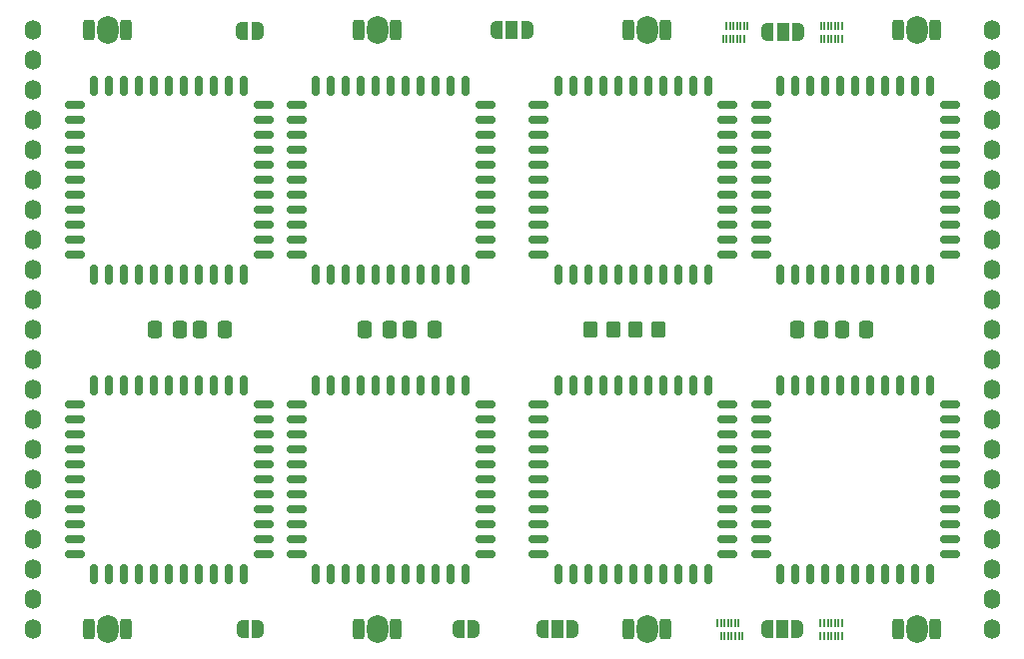
<source format=gbs>
G04 #@! TF.GenerationSoftware,KiCad,Pcbnew,(6.0.6-0)*
G04 #@! TF.CreationDate,2022-07-22T11:03:06-07:00*
G04 #@! TF.ProjectId,MTMatrixV3,4d544d61-7472-4697-9856-332e6b696361,rev?*
G04 #@! TF.SameCoordinates,Original*
G04 #@! TF.FileFunction,Soldermask,Bot*
G04 #@! TF.FilePolarity,Negative*
%FSLAX46Y46*%
G04 Gerber Fmt 4.6, Leading zero omitted, Abs format (unit mm)*
G04 Created by KiCad (PCBNEW (6.0.6-0)) date 2022-07-22 11:03:06*
%MOMM*%
%LPD*%
G01*
G04 APERTURE LIST*
G04 Aperture macros list*
%AMRoundRect*
0 Rectangle with rounded corners*
0 $1 Rounding radius*
0 $2 $3 $4 $5 $6 $7 $8 $9 X,Y pos of 4 corners*
0 Add a 4 corners polygon primitive as box body*
4,1,4,$2,$3,$4,$5,$6,$7,$8,$9,$2,$3,0*
0 Add four circle primitives for the rounded corners*
1,1,$1+$1,$2,$3*
1,1,$1+$1,$4,$5*
1,1,$1+$1,$6,$7*
1,1,$1+$1,$8,$9*
0 Add four rect primitives between the rounded corners*
20,1,$1+$1,$2,$3,$4,$5,0*
20,1,$1+$1,$4,$5,$6,$7,0*
20,1,$1+$1,$6,$7,$8,$9,0*
20,1,$1+$1,$8,$9,$2,$3,0*%
%AMFreePoly0*
4,1,22,0.500000,-0.750000,0.000000,-0.750000,0.000000,-0.745033,-0.079941,-0.743568,-0.215256,-0.701293,-0.333266,-0.622738,-0.424486,-0.514219,-0.481581,-0.384460,-0.499164,-0.250000,-0.500000,-0.250000,-0.500000,0.250000,-0.499164,0.250000,-0.499963,0.256109,-0.478152,0.396186,-0.417904,0.524511,-0.324060,0.630769,-0.204165,0.706417,-0.067858,0.745374,0.000000,0.744959,0.000000,0.750000,
0.500000,0.750000,0.500000,-0.750000,0.500000,-0.750000,$1*%
%AMFreePoly1*
4,1,20,0.000000,0.744959,0.073905,0.744508,0.209726,0.703889,0.328688,0.626782,0.421226,0.519385,0.479903,0.390333,0.500000,0.250000,0.500000,-0.250000,0.499851,-0.262216,0.476331,-0.402017,0.414519,-0.529596,0.319384,-0.634700,0.198574,-0.708877,0.061801,-0.746166,0.000000,-0.745033,0.000000,-0.750000,-0.500000,-0.750000,-0.500000,0.750000,0.000000,0.750000,0.000000,0.744959,
0.000000,0.744959,$1*%
%AMFreePoly2*
4,1,22,0.550000,-0.750000,0.000000,-0.750000,0.000000,-0.745033,-0.079941,-0.743568,-0.215256,-0.701293,-0.333266,-0.622738,-0.424486,-0.514219,-0.481581,-0.384460,-0.499164,-0.250000,-0.500000,-0.250000,-0.500000,0.250000,-0.499164,0.250000,-0.499963,0.256109,-0.478152,0.396186,-0.417904,0.524511,-0.324060,0.630769,-0.204165,0.706417,-0.067858,0.745374,0.000000,0.744959,0.000000,0.750000,
0.550000,0.750000,0.550000,-0.750000,0.550000,-0.750000,$1*%
%AMFreePoly3*
4,1,20,0.000000,0.744959,0.073905,0.744508,0.209726,0.703889,0.328688,0.626782,0.421226,0.519385,0.479903,0.390333,0.500000,0.250000,0.500000,-0.250000,0.499851,-0.262216,0.476331,-0.402017,0.414519,-0.529596,0.319384,-0.634700,0.198574,-0.708877,0.061801,-0.746166,0.000000,-0.745033,0.000000,-0.750000,-0.550000,-0.750000,-0.550000,0.750000,0.000000,0.750000,0.000000,0.744959,
0.000000,0.744959,$1*%
G04 Aperture macros list end*
%ADD10C,0.200000*%
%ADD11RoundRect,0.700000X0.000000X-0.150000X0.000000X-0.150000X0.000000X0.150000X0.000000X0.150000X0*%
%ADD12RoundRect,0.250000X0.337500X0.475000X-0.337500X0.475000X-0.337500X-0.475000X0.337500X-0.475000X0*%
%ADD13FreePoly0,180.000000*%
%ADD14FreePoly1,180.000000*%
%ADD15FreePoly2,180.000000*%
%ADD16R,1.000000X1.500000*%
%ADD17FreePoly3,180.000000*%
%ADD18O,1.800000X2.400000*%
%ADD19RoundRect,0.190000X0.285000X0.685000X-0.285000X0.685000X-0.285000X-0.685000X0.285000X-0.685000X0*%
%ADD20RoundRect,0.250000X0.350000X0.450000X-0.350000X0.450000X-0.350000X-0.450000X0.350000X-0.450000X0*%
%ADD21RoundRect,0.150000X0.700000X-0.150000X0.700000X0.150000X-0.700000X0.150000X-0.700000X-0.150000X0*%
%ADD22RoundRect,0.150000X0.150000X-0.700000X0.150000X0.700000X-0.150000X0.700000X-0.150000X-0.700000X0*%
%ADD23RoundRect,0.150000X0.150000X0.700000X-0.150000X0.700000X-0.150000X-0.700000X0.150000X-0.700000X0*%
%ADD24RoundRect,0.150000X0.700000X0.150000X-0.700000X0.150000X-0.700000X-0.150000X0.700000X-0.150000X0*%
%ADD25RoundRect,0.150000X-0.150000X-0.700000X0.150000X-0.700000X0.150000X0.700000X-0.150000X0.700000X0*%
%ADD26RoundRect,0.150000X-0.700000X-0.150000X0.700000X-0.150000X0.700000X0.150000X-0.700000X0.150000X0*%
%ADD27RoundRect,0.150000X-0.700000X0.150000X-0.700000X-0.150000X0.700000X-0.150000X0.700000X0.150000X0*%
%ADD28RoundRect,0.150000X-0.150000X0.700000X-0.150000X-0.700000X0.150000X-0.700000X0.150000X0.700000X0*%
G04 APERTURE END LIST*
D10*
X183705000Y-81512500D02*
X183705000Y-82147500D01*
X183405000Y-80412500D02*
X183405000Y-81047500D01*
X191250027Y-30882504D02*
X191250027Y-31517504D01*
X182805000Y-80412500D02*
X182805000Y-81047500D01*
X184750027Y-30882504D02*
X184750027Y-31517504D01*
X182950027Y-30882504D02*
X182950027Y-31517504D01*
X192140000Y-80422500D02*
X192140000Y-81057500D01*
X192740000Y-81522500D02*
X192740000Y-82157500D01*
X184450027Y-30882504D02*
X184450027Y-31517504D01*
X193040000Y-81522500D02*
X193040000Y-82157500D01*
X184450027Y-29782504D02*
X184450027Y-30417504D01*
X184301000Y-80412500D02*
X184301000Y-81047500D01*
X192740000Y-80422500D02*
X192740000Y-81057500D01*
X184605000Y-81512500D02*
X184605000Y-82147500D01*
X191550027Y-30882504D02*
X191550027Y-31517504D01*
X184305000Y-81512500D02*
X184305000Y-82147500D01*
X192750027Y-30882504D02*
X192750027Y-31517504D01*
X183105000Y-80412500D02*
X183105000Y-81047500D01*
X183250027Y-30882504D02*
X183250027Y-31517504D01*
X193046027Y-29782504D02*
X193046027Y-30417504D01*
X183705000Y-80412500D02*
X183705000Y-81047500D01*
X192440000Y-81522500D02*
X192440000Y-82157500D01*
X192140000Y-81522500D02*
X192140000Y-82157500D01*
X183550027Y-30882504D02*
X183550027Y-31517504D01*
X193036000Y-80422500D02*
X193036000Y-81057500D01*
X183850027Y-29782504D02*
X183850027Y-30417504D01*
X184746027Y-29782504D02*
X184746027Y-30417504D01*
X191850027Y-30882504D02*
X191850027Y-31517504D01*
X192450027Y-30882504D02*
X192450027Y-31517504D01*
X183850027Y-30882504D02*
X183850027Y-31517504D01*
X185050027Y-29782504D02*
X185050027Y-30417504D01*
X193050027Y-30882504D02*
X193050027Y-31517504D01*
X191250027Y-29782504D02*
X191250027Y-30417504D01*
X191540000Y-81522500D02*
X191540000Y-82157500D01*
X184005000Y-81512500D02*
X184005000Y-82147500D01*
X191240000Y-80422500D02*
X191240000Y-81057500D01*
X182805000Y-81512500D02*
X182805000Y-82147500D01*
X183405000Y-81512500D02*
X183405000Y-82147500D01*
X184150027Y-29782504D02*
X184150027Y-30417504D01*
X183550027Y-29782504D02*
X183550027Y-30417504D01*
X182505000Y-80412500D02*
X182505000Y-81047500D01*
X191540000Y-80422500D02*
X191540000Y-81057500D01*
X191840000Y-81522500D02*
X191840000Y-82157500D01*
X192450027Y-29782504D02*
X192450027Y-30417504D01*
X192150027Y-29782504D02*
X192150027Y-30417504D01*
X184150027Y-30882504D02*
X184150027Y-31517504D01*
X191850027Y-29782504D02*
X191850027Y-30417504D01*
X183105000Y-81512500D02*
X183105000Y-82147500D01*
X191840000Y-80422500D02*
X191840000Y-81057500D01*
X191550027Y-29782504D02*
X191550027Y-30417504D01*
X192150027Y-30882504D02*
X192150027Y-31517504D01*
X183250027Y-29782504D02*
X183250027Y-30417504D01*
X191240000Y-81522500D02*
X191240000Y-82157500D01*
X192440000Y-80422500D02*
X192440000Y-81057500D01*
X184005000Y-80412500D02*
X184005000Y-81047500D01*
X192750027Y-29782504D02*
X192750027Y-30417504D01*
D11*
G04 #@! TO.C,J1*
X124460000Y-30480000D03*
X124460000Y-33020000D03*
X124460000Y-35560000D03*
X124460000Y-38100000D03*
X124460000Y-40640000D03*
X124460000Y-43180000D03*
X124460000Y-45720000D03*
X124460000Y-48260000D03*
X124460000Y-50800000D03*
X124460000Y-53340000D03*
X124460000Y-55880000D03*
X124460000Y-58420000D03*
X124460000Y-60960000D03*
X124460000Y-63500000D03*
X124460000Y-66040000D03*
X124460000Y-68580000D03*
X124460000Y-71120000D03*
X124460000Y-73660000D03*
X124460000Y-76200000D03*
X124460000Y-78740000D03*
X124460000Y-81280000D03*
G04 #@! TD*
G04 #@! TO.C,J2*
X205740000Y-30480000D03*
X205740000Y-33020000D03*
X205740000Y-35560000D03*
X205740000Y-38100000D03*
X205740000Y-40640000D03*
X205740000Y-43180000D03*
X205740000Y-45720000D03*
X205740000Y-48260000D03*
X205740000Y-50800000D03*
X205740000Y-53340000D03*
X205740000Y-55880000D03*
X205740000Y-58420000D03*
X205740000Y-60960000D03*
X205740000Y-63500000D03*
X205740000Y-66040000D03*
X205740000Y-68580000D03*
X205740000Y-71120000D03*
X205740000Y-73660000D03*
X205740000Y-76200000D03*
X205740000Y-78740000D03*
X205740000Y-81280000D03*
G04 #@! TD*
D12*
G04 #@! TO.C,C5*
X136927500Y-55880000D03*
X134852500Y-55880000D03*
G04 #@! TD*
D13*
G04 #@! TO.C,JP1*
X143510000Y-30580000D03*
D14*
X142210000Y-30580000D03*
G04 #@! TD*
D12*
G04 #@! TO.C,C6*
X191305000Y-55880000D03*
X189230000Y-55880000D03*
G04 #@! TD*
D13*
G04 #@! TO.C,JP2*
X143525000Y-81280000D03*
D14*
X142225000Y-81280000D03*
G04 #@! TD*
D15*
G04 #@! TO.C,JP7*
X189340027Y-30680004D03*
D16*
X188040027Y-30680004D03*
D17*
X186740027Y-30680004D03*
G04 #@! TD*
D12*
G04 #@! TO.C,C4*
X140737500Y-55880000D03*
X138662500Y-55880000D03*
G04 #@! TD*
D15*
G04 #@! TO.C,JP5*
X189295000Y-81280000D03*
D16*
X187995000Y-81280000D03*
D17*
X186695000Y-81280000D03*
G04 #@! TD*
D18*
G04 #@! TO.C,D7*
X153670000Y-81280000D03*
D19*
X155220000Y-81280000D03*
X152120000Y-81280000D03*
G04 #@! TD*
D18*
G04 #@! TO.C,D6*
X176530000Y-81280000D03*
D19*
X178080000Y-81280000D03*
X174980000Y-81280000D03*
G04 #@! TD*
D18*
G04 #@! TO.C,D2*
X176530000Y-30480000D03*
D19*
X178080000Y-30480000D03*
X174980000Y-30480000D03*
G04 #@! TD*
D13*
G04 #@! TO.C,JP3*
X161838400Y-81280000D03*
D14*
X160538400Y-81280000D03*
G04 #@! TD*
D18*
G04 #@! TO.C,D4*
X130810000Y-30480000D03*
D19*
X132360000Y-30480000D03*
X129260000Y-30480000D03*
G04 #@! TD*
D18*
G04 #@! TO.C,D8*
X130810000Y-81280000D03*
D19*
X132360000Y-81280000D03*
X129260000Y-81280000D03*
G04 #@! TD*
D20*
G04 #@! TO.C,R2*
X177530000Y-55880000D03*
X175530000Y-55880000D03*
G04 #@! TD*
D15*
G04 #@! TO.C,JP6*
X170240000Y-81280000D03*
D16*
X168940000Y-81280000D03*
D17*
X167640000Y-81280000D03*
G04 #@! TD*
D21*
G04 #@! TO.C,H*
X202183000Y-68580000D03*
X202183000Y-69850000D03*
X202183000Y-71120000D03*
X202183000Y-72390000D03*
X202183000Y-73660000D03*
X202183000Y-74930000D03*
D22*
X200533000Y-76580000D03*
X199263000Y-76580000D03*
X197993000Y-76580000D03*
X196723000Y-76580000D03*
X195453000Y-76580000D03*
X194183000Y-76580000D03*
X192913000Y-76580000D03*
X191643000Y-76580000D03*
X190373000Y-76580000D03*
X189103000Y-76580000D03*
X187833000Y-76580000D03*
D21*
X186183000Y-74930000D03*
X186183000Y-73660000D03*
X186183000Y-72390000D03*
X186183000Y-71120000D03*
X186183000Y-69850000D03*
X186183000Y-68580000D03*
X186183000Y-67310000D03*
X186183000Y-66040000D03*
X186183000Y-64770000D03*
X186183000Y-63500000D03*
X186183000Y-62230000D03*
D22*
X187833000Y-60580000D03*
X189103000Y-60580000D03*
X190373000Y-60580000D03*
X191643000Y-60580000D03*
X192913000Y-60580000D03*
X194183000Y-60580000D03*
X195453000Y-60580000D03*
X196723000Y-60580000D03*
X197993000Y-60580000D03*
X199263000Y-60580000D03*
X200533000Y-60580000D03*
D21*
X202183000Y-62230000D03*
X202183000Y-63500000D03*
X202183000Y-64770000D03*
X202183000Y-66040000D03*
X202183000Y-67310000D03*
G04 #@! TD*
D23*
G04 #@! TO.C,B*
X154838400Y-35180000D03*
X156108400Y-35180000D03*
X157378400Y-35180000D03*
X158648400Y-35180000D03*
X159918400Y-35180000D03*
X161188400Y-35180000D03*
D24*
X162838400Y-36830000D03*
X162838400Y-38100000D03*
X162838400Y-39370000D03*
X162838400Y-40640000D03*
X162838400Y-41910000D03*
X162838400Y-43180000D03*
X162838400Y-44450000D03*
X162838400Y-45720000D03*
X162838400Y-46990000D03*
X162838400Y-48260000D03*
X162838400Y-49530000D03*
D23*
X161188400Y-51180000D03*
X159918400Y-51180000D03*
X158648400Y-51180000D03*
X157378400Y-51180000D03*
X156108400Y-51180000D03*
X154838400Y-51180000D03*
X153568400Y-51180000D03*
X152298400Y-51180000D03*
X151028400Y-51180000D03*
X149758400Y-51180000D03*
X148488400Y-51180000D03*
D24*
X146838400Y-49530000D03*
X146838400Y-48260000D03*
X146838400Y-46990000D03*
X146838400Y-45720000D03*
X146838400Y-44450000D03*
X146838400Y-43180000D03*
X146838400Y-41910000D03*
X146838400Y-40640000D03*
X146838400Y-39370000D03*
X146838400Y-38100000D03*
X146838400Y-36830000D03*
D23*
X148488400Y-35180000D03*
X149758400Y-35180000D03*
X151028400Y-35180000D03*
X152298400Y-35180000D03*
X153568400Y-35180000D03*
G04 #@! TD*
D12*
G04 #@! TO.C,C2*
X154707500Y-55880000D03*
X152632500Y-55880000D03*
G04 #@! TD*
D23*
G04 #@! TO.C,F*
X154838400Y-60580000D03*
X156108400Y-60580000D03*
X157378400Y-60580000D03*
X158648400Y-60580000D03*
X159918400Y-60580000D03*
X161188400Y-60580000D03*
D24*
X162838400Y-62230000D03*
X162838400Y-63500000D03*
X162838400Y-64770000D03*
X162838400Y-66040000D03*
X162838400Y-67310000D03*
X162838400Y-68580000D03*
X162838400Y-69850000D03*
X162838400Y-71120000D03*
X162838400Y-72390000D03*
X162838400Y-73660000D03*
X162838400Y-74930000D03*
D23*
X161188400Y-76580000D03*
X159918400Y-76580000D03*
X158648400Y-76580000D03*
X157378400Y-76580000D03*
X156108400Y-76580000D03*
X154838400Y-76580000D03*
X153568400Y-76580000D03*
X152298400Y-76580000D03*
X151028400Y-76580000D03*
X149758400Y-76580000D03*
X148488400Y-76580000D03*
D24*
X146838400Y-74930000D03*
X146838400Y-73660000D03*
X146838400Y-72390000D03*
X146838400Y-71120000D03*
X146838400Y-69850000D03*
X146838400Y-68580000D03*
X146838400Y-67310000D03*
X146838400Y-66040000D03*
X146838400Y-64770000D03*
X146838400Y-63500000D03*
X146838400Y-62230000D03*
D23*
X148488400Y-60580000D03*
X149758400Y-60580000D03*
X151028400Y-60580000D03*
X152298400Y-60580000D03*
X153568400Y-60580000D03*
G04 #@! TD*
D18*
G04 #@! TO.C,D3*
X153670000Y-30480000D03*
D19*
X155220000Y-30480000D03*
X152120000Y-30480000D03*
G04 #@! TD*
D23*
G04 #@! TO.C,D*
X194183000Y-35180000D03*
X195453000Y-35180000D03*
X196723000Y-35180000D03*
X197993000Y-35180000D03*
X199263000Y-35180000D03*
X200533000Y-35180000D03*
D24*
X202183000Y-36830000D03*
X202183000Y-38100000D03*
X202183000Y-39370000D03*
X202183000Y-40640000D03*
X202183000Y-41910000D03*
X202183000Y-43180000D03*
X202183000Y-44450000D03*
X202183000Y-45720000D03*
X202183000Y-46990000D03*
X202183000Y-48260000D03*
X202183000Y-49530000D03*
D23*
X200533000Y-51180000D03*
X199263000Y-51180000D03*
X197993000Y-51180000D03*
X196723000Y-51180000D03*
X195453000Y-51180000D03*
X194183000Y-51180000D03*
X192913000Y-51180000D03*
X191643000Y-51180000D03*
X190373000Y-51180000D03*
X189103000Y-51180000D03*
X187833000Y-51180000D03*
D24*
X186183000Y-49530000D03*
X186183000Y-48260000D03*
X186183000Y-46990000D03*
X186183000Y-45720000D03*
X186183000Y-44450000D03*
X186183000Y-43180000D03*
X186183000Y-41910000D03*
X186183000Y-40640000D03*
X186183000Y-39370000D03*
X186183000Y-38100000D03*
X186183000Y-36830000D03*
D23*
X187833000Y-35180000D03*
X189103000Y-35180000D03*
X190373000Y-35180000D03*
X191643000Y-35180000D03*
X192913000Y-35180000D03*
G04 #@! TD*
D12*
G04 #@! TO.C,C1*
X158517500Y-55880000D03*
X156442500Y-55880000D03*
G04 #@! TD*
D20*
G04 #@! TO.C,R1*
X173720000Y-55880000D03*
X171720000Y-55880000D03*
G04 #@! TD*
D23*
G04 #@! TO.C,G*
X175361600Y-60580000D03*
X176631600Y-60580000D03*
X177901600Y-60580000D03*
X179171600Y-60580000D03*
X180441600Y-60580000D03*
X181711600Y-60580000D03*
D24*
X183361600Y-62230000D03*
X183361600Y-63500000D03*
X183361600Y-64770000D03*
X183361600Y-66040000D03*
X183361600Y-67310000D03*
X183361600Y-68580000D03*
X183361600Y-69850000D03*
X183361600Y-71120000D03*
X183361600Y-72390000D03*
X183361600Y-73660000D03*
X183361600Y-74930000D03*
D23*
X181711600Y-76580000D03*
X180441600Y-76580000D03*
X179171600Y-76580000D03*
X177901600Y-76580000D03*
X176631600Y-76580000D03*
X175361600Y-76580000D03*
X174091600Y-76580000D03*
X172821600Y-76580000D03*
X171551600Y-76580000D03*
X170281600Y-76580000D03*
X169011600Y-76580000D03*
D24*
X167361600Y-74930000D03*
X167361600Y-73660000D03*
X167361600Y-72390000D03*
X167361600Y-71120000D03*
X167361600Y-69850000D03*
X167361600Y-68580000D03*
X167361600Y-67310000D03*
X167361600Y-66040000D03*
X167361600Y-64770000D03*
X167361600Y-63500000D03*
X167361600Y-62230000D03*
D23*
X169011600Y-60580000D03*
X170281600Y-60580000D03*
X171551600Y-60580000D03*
X172821600Y-60580000D03*
X174091600Y-60580000D03*
G04 #@! TD*
D15*
G04 #@! TO.C,JP4*
X166370000Y-30480000D03*
D16*
X165070000Y-30480000D03*
D17*
X163770000Y-30480000D03*
G04 #@! TD*
D18*
G04 #@! TO.C,D5*
X199390000Y-81280000D03*
D19*
X200940000Y-81280000D03*
X197840000Y-81280000D03*
G04 #@! TD*
D12*
G04 #@! TO.C,C3*
X195115000Y-55880000D03*
X193040000Y-55880000D03*
G04 #@! TD*
D23*
G04 #@! TO.C,C*
X175361600Y-35180000D03*
X176631600Y-35180000D03*
X177901600Y-35180000D03*
X179171600Y-35180000D03*
X180441600Y-35180000D03*
X181711600Y-35180000D03*
D24*
X183361600Y-36830000D03*
X183361600Y-38100000D03*
X183361600Y-39370000D03*
X183361600Y-40640000D03*
X183361600Y-41910000D03*
X183361600Y-43180000D03*
X183361600Y-44450000D03*
X183361600Y-45720000D03*
X183361600Y-46990000D03*
X183361600Y-48260000D03*
X183361600Y-49530000D03*
D23*
X181711600Y-51180000D03*
X180441600Y-51180000D03*
X179171600Y-51180000D03*
X177901600Y-51180000D03*
X176631600Y-51180000D03*
X175361600Y-51180000D03*
X174091600Y-51180000D03*
X172821600Y-51180000D03*
X171551600Y-51180000D03*
X170281600Y-51180000D03*
X169011600Y-51180000D03*
D24*
X167361600Y-49530000D03*
X167361600Y-48260000D03*
X167361600Y-46990000D03*
X167361600Y-45720000D03*
X167361600Y-44450000D03*
X167361600Y-43180000D03*
X167361600Y-41910000D03*
X167361600Y-40640000D03*
X167361600Y-39370000D03*
X167361600Y-38100000D03*
X167361600Y-36830000D03*
D23*
X169011600Y-35180000D03*
X170281600Y-35180000D03*
X171551600Y-35180000D03*
X172821600Y-35180000D03*
X174091600Y-35180000D03*
G04 #@! TD*
D18*
G04 #@! TO.C,D1*
X199390000Y-30480000D03*
D19*
X200940000Y-30480000D03*
X197840000Y-30480000D03*
G04 #@! TD*
D25*
G04 #@! TO.C,E*
X136017000Y-76580000D03*
X134747000Y-76580000D03*
X133477000Y-76580000D03*
X132207000Y-76580000D03*
X130937000Y-76580000D03*
X129667000Y-76580000D03*
D26*
X128017000Y-74930000D03*
X128017000Y-73660000D03*
X128017000Y-72390000D03*
X128017000Y-71120000D03*
X128017000Y-69850000D03*
X128017000Y-68580000D03*
X128017000Y-67310000D03*
X128017000Y-66040000D03*
X128017000Y-64770000D03*
X128017000Y-63500000D03*
X128017000Y-62230000D03*
D25*
X129667000Y-60580000D03*
X130937000Y-60580000D03*
X132207000Y-60580000D03*
X133477000Y-60580000D03*
X134747000Y-60580000D03*
X136017000Y-60580000D03*
X137287000Y-60580000D03*
X138557000Y-60580000D03*
X139827000Y-60580000D03*
X141097000Y-60580000D03*
X142367000Y-60580000D03*
D26*
X144017000Y-62230000D03*
X144017000Y-63500000D03*
X144017000Y-64770000D03*
X144017000Y-66040000D03*
X144017000Y-67310000D03*
X144017000Y-68580000D03*
X144017000Y-69850000D03*
X144017000Y-71120000D03*
X144017000Y-72390000D03*
X144017000Y-73660000D03*
X144017000Y-74930000D03*
D25*
X142367000Y-76580000D03*
X141097000Y-76580000D03*
X139827000Y-76580000D03*
X138557000Y-76580000D03*
X137287000Y-76580000D03*
G04 #@! TD*
D27*
G04 #@! TO.C,A*
X128017000Y-43180000D03*
X128017000Y-41910000D03*
X128017000Y-40640000D03*
X128017000Y-39370000D03*
X128017000Y-38100000D03*
X128017000Y-36830000D03*
D28*
X129667000Y-35180000D03*
X130937000Y-35180000D03*
X132207000Y-35180000D03*
X133477000Y-35180000D03*
X134747000Y-35180000D03*
X136017000Y-35180000D03*
X137287000Y-35180000D03*
X138557000Y-35180000D03*
X139827000Y-35180000D03*
X141097000Y-35180000D03*
X142367000Y-35180000D03*
D27*
X144017000Y-36830000D03*
X144017000Y-38100000D03*
X144017000Y-39370000D03*
X144017000Y-40640000D03*
X144017000Y-41910000D03*
X144017000Y-43180000D03*
X144017000Y-44450000D03*
X144017000Y-45720000D03*
X144017000Y-46990000D03*
X144017000Y-48260000D03*
X144017000Y-49530000D03*
D28*
X142367000Y-51180000D03*
X141097000Y-51180000D03*
X139827000Y-51180000D03*
X138557000Y-51180000D03*
X137287000Y-51180000D03*
X136017000Y-51180000D03*
X134747000Y-51180000D03*
X133477000Y-51180000D03*
X132207000Y-51180000D03*
X130937000Y-51180000D03*
X129667000Y-51180000D03*
D27*
X128017000Y-49530000D03*
X128017000Y-48260000D03*
X128017000Y-46990000D03*
X128017000Y-45720000D03*
X128017000Y-44450000D03*
G04 #@! TD*
M02*

</source>
